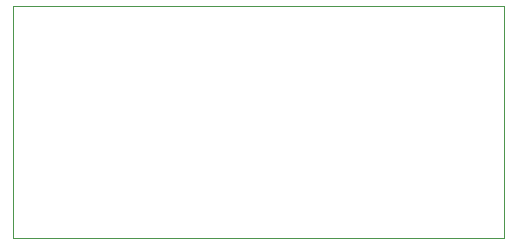
<source format=gbr>
%TF.GenerationSoftware,KiCad,Pcbnew,7.0.6*%
%TF.CreationDate,2023-07-25T20:45:18+02:00*%
%TF.ProjectId,led_strip,6c65645f-7374-4726-9970-2e6b69636164,rev?*%
%TF.SameCoordinates,Original*%
%TF.FileFunction,Profile,NP*%
%FSLAX46Y46*%
G04 Gerber Fmt 4.6, Leading zero omitted, Abs format (unit mm)*
G04 Created by KiCad (PCBNEW 7.0.6) date 2023-07-25 20:45:18*
%MOMM*%
%LPD*%
G01*
G04 APERTURE LIST*
%TA.AperFunction,Profile*%
%ADD10C,0.100000*%
%TD*%
G04 APERTURE END LIST*
D10*
X79000000Y-32400000D02*
X120600000Y-32400000D01*
X120600000Y-52000000D01*
X79000000Y-52000000D01*
X79000000Y-32400000D01*
M02*

</source>
